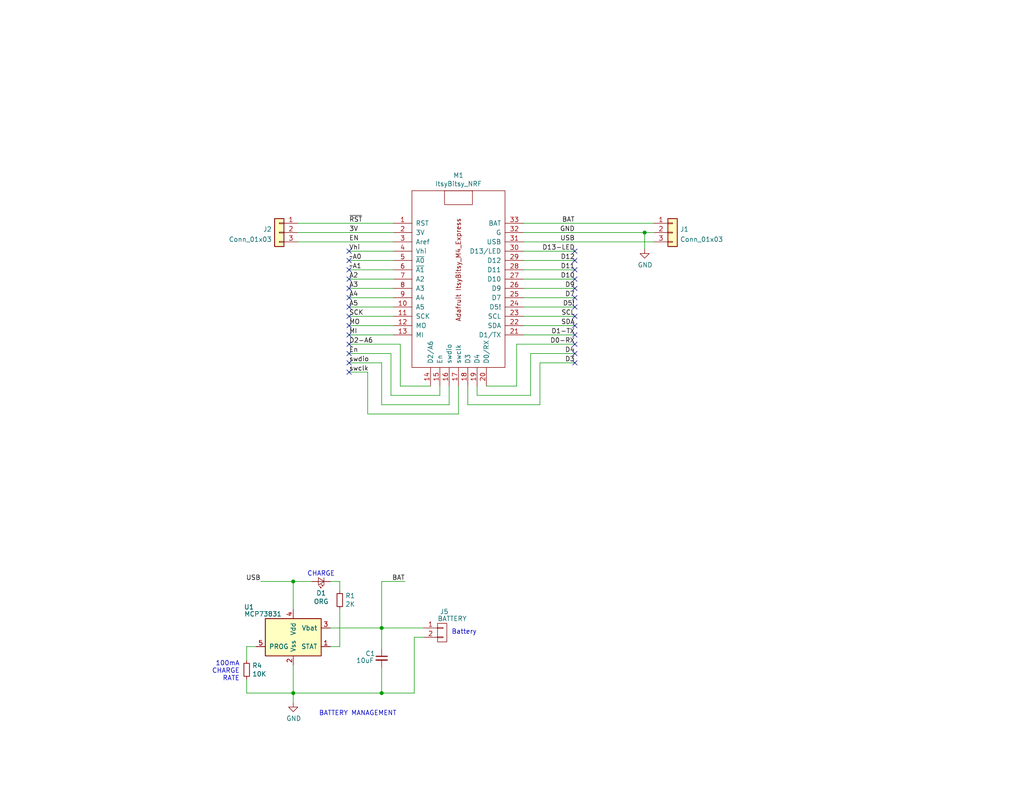
<source format=kicad_sch>
(kicad_sch (version 20211123) (generator eeschema)
  (paper "USLetter")
  (title_block (title "ItsyBitsyNRFChargerBasement") (date "2023-05-21") (rev "0.0.0") (company "Cedar Grove Studios"))
  (lib_symbols
    (symbol "Connector_Generic:Conn_01x03" (pin_names (offset 1.016) hide)
      (property "Reference" "J" (at 0 5.08 0))
      (property "Value" "Conn_01x03" (at 0 -5.08 0))
      (symbol "Conn_01x03_1_1"
        (rectangle (start -1.27 -2.413) (end 0 -2.667) (stroke (width 0.1524)))
        (rectangle (start -1.27 0.127) (end 0 -0.127) (stroke (width 0.1524)))
        (rectangle (start -1.27 2.667) (end 0 2.413) (stroke (width 0.1524)))
        (rectangle (start -1.27 3.81) (end 1.27 -3.81) (stroke (width 0.254)) (fill (type background)))
        (pin passive line (at -5.08 2.54 0) (length 3.81) (name "Pin_1") (number "1"))
        (pin passive line (at -5.08 0 0) (length 3.81) (name "Pin_2") (number "2"))
        (pin passive line (at -5.08 -2.54 0) (length 3.81) (name "Pin_3") (number "3"))
      )
    )
    (symbol "Device:C_Small" (pin_numbers hide) (pin_names (offset 0.254) hide)
      (property "Reference" "C" (at 0.254 1.778 0))
      (property "Value" "C_Small" (at 0.254 -2.032 0))
      (symbol "C_Small_0_1"
        (polyline (pts (xy -1.524 -0.508) (xy 1.524 -0.508)) (stroke (width 0.3302)))
        (polyline (pts (xy -1.524 0.508) (xy 1.524 0.508)) (stroke (width 0.3048)))
      )
      (symbol "C_Small_1_1"
        (pin passive line (at 0 2.54 270) (length 2.032) (name "~") (number "1"))
        (pin passive line (at 0 -2.54 90) (length 2.032) (name "~") (number "2"))
      )
    )
    (symbol "ItsyBitsy-breadboard-rescue:CONN_01X02-conn" (pin_names (offset 1.016) hide)
      (property "Reference" "J" (at 0 3.81 0))
      (property "Value" "CONN_01X02-conn" (at 2.54 0 90))
      (symbol "CONN_01X02-conn_0_1"
        (rectangle (start -1.27 -1.143) (end 0.254 -1.397))
        (rectangle (start -1.27 1.397) (end 0.254 1.143))
        (rectangle (start -1.27 2.54) (end 1.27 -2.54))
      )
      (symbol "CONN_01X02-conn_1_1"
        (pin passive line (at -5.08 1.27 0) (length 3.81) (name "P1") (number "1"))
        (pin passive line (at -5.08 -1.27 0) (length 3.81) (name "P2") (number "2"))
      )
    )
    (symbol "ItsyBitsy-breadboard-rescue:ItsyBitsy_M4_Express-Adafruit" (pin_names (offset 1.016))
      (property "Reference" "M" (at 0 29.21 0))
      (property "Value" "ItsyBitsy_M4_Express-Adafruit" (at 0 26.67 0))
      (symbol "ItsyBitsy_M4_Express-Adafruit_0_0"
        (text "Adafruit ItsyBitsy_M4_Express" (at 0 2.54 900) (effects (font (size 1.27 1.27))))
      )
      (symbol "ItsyBitsy_M4_Express-Adafruit_0_1"
        (rectangle (start -12.7 -24.13) (end 12.7 24.13))
        (rectangle (start -3.81 24.13) (end 3.81 20.32))
      )
      (symbol "ItsyBitsy_M4_Express-Adafruit_1_1"
        (pin input line (at -17.78 15.24 0) (length 5.08) (name "RST") (number "1"))
        (pin bidirectional line (at -17.78 -7.62 0) (length 5.08) (name "A5") (number "10"))
        (pin bidirectional line (at -17.78 -10.16 0) (length 5.08) (name "SCK") (number "11"))
        (pin bidirectional line (at -17.78 -12.7 0) (length 5.08) (name "MO") (number "12"))
        (pin bidirectional line (at -17.78 -15.24 0) (length 5.08) (name "MI") (number "13"))
        (pin bidirectional line (at -7.62 -29.21 90) (length 5.08) (name "D2/A6") (number "14"))
        (pin input line (at -5.08 -29.21 90) (length 5.08) (name "En") (number "15"))
        (pin bidirectional line (at -2.54 -29.21 90) (length 5.08) (name "swdio") (number "16"))
        (pin bidirectional line (at 0 -29.21 90) (length 5.08) (name "swclk") (number "17"))
        (pin bidirectional line (at 2.54 -29.21 90) (length 5.08) (name "D3") (number "18"))
        (pin bidirectional line (at 5.08 -29.21 90) (length 5.08) (name "D4") (number "19"))
        (pin power_out line (at -17.78 12.7 0) (length 5.08) (name "3V") (number "2"))
        (pin input line (at 7.62 -29.21 90) (length 5.08) (name "D0/RX") (number "20"))
        (pin output line (at 17.78 -15.24 180) (length 5.08) (name "D1/TX") (number "21"))
        (pin bidirectional line (at 17.78 -12.7 180) (length 5.08) (name "SDA") (number "22"))
        (pin bidirectional line (at 17.78 -10.16 180) (length 5.08) (name "SCL") (number "23"))
        (pin output line (at 17.78 -7.62 180) (length 5.08) (name "D5!") (number "24"))
        (pin bidirectional line (at 17.78 -5.08 180) (length 5.08) (name "D7") (number "25"))
        (pin bidirectional line (at 17.78 -2.54 180) (length 5.08) (name "D9") (number "26"))
        (pin bidirectional line (at 17.78 0 180) (length 5.08) (name "D10") (number "27"))
        (pin bidirectional line (at 17.78 2.54 180) (length 5.08) (name "D11") (number "28"))
        (pin bidirectional line (at 17.78 5.08 180) (length 5.08) (name "D12") (number "29"))
        (pin input line (at -17.78 10.16 0) (length 5.08) (name "Aref") (number "3"))
        (pin bidirectional line (at 17.78 7.62 180) (length 5.08) (name "D13/LED") (number "30"))
        (pin power_out line (at 17.78 10.16 180) (length 5.08) (name "USB") (number "31"))
        (pin bidirectional line (at 17.78 12.7 180) (length 5.08) (name "G") (number "32"))
        (pin power_in line (at 17.78 15.24 180) (length 5.08) (name "BAT") (number "33"))
        (pin power_out line (at -17.78 7.62 0) (length 5.08) (name "Vhi") (number "4"))
        (pin bidirectional line (at -17.78 5.08 0) (length 5.08) (name "~{A0}") (number "5"))
        (pin bidirectional line (at -17.78 2.54 0) (length 5.08) (name "~{A1}") (number "6"))
        (pin bidirectional line (at -17.78 0 0) (length 5.08) (name "A2") (number "7"))
        (pin bidirectional line (at -17.78 -2.54 0) (length 5.08) (name "A3") (number "8"))
        (pin bidirectional line (at -17.78 -5.08 0) (length 5.08) (name "A4") (number "9"))
      )
    )
    (symbol "ItsyBitsy-breadboard-rescue:LED_Small-device" (pin_numbers hide) (pin_names (offset 0.254) hide)
      (property "Reference" "D" (at -1.27 3.175 0))
      (property "Value" "LED_Small-device" (at -4.445 -2.54 0))
      (symbol "LED_Small-device_0_1"
        (polyline (pts (xy -0.762 -1.016) (xy -0.762 1.016)))
        (polyline (pts (xy 1.016 0) (xy -0.762 0)))
        (polyline (pts (xy 0.762 -1.016) (xy -0.762 0) (xy 0.762 1.016) (xy 0.762 -1.016)))
        (polyline (pts (xy 0 0.762) (xy -0.508 1.27) (xy -0.254 1.27) (xy -0.508 1.27) (xy -0.508 1.016)))
        (polyline (pts (xy 0.508 1.27) (xy 0 1.778) (xy 0.254 1.778) (xy 0 1.778) (xy 0 1.524)))
      )
      (symbol "LED_Small-device_1_1"
        (pin passive line (at -2.54 0 0) (length 1.778) (name "K") (number "1"))
        (pin passive line (at 2.54 0 180) (length 1.778) (name "A") (number "2"))
      )
    )
    (symbol "ItsyBitsy-breadboard-rescue:MCP73831-2-OT-battery_management" (pin_names (offset 1.016))
      (property "Reference" "U" (at -7.62 6.35 0))
      (property "Value" "MCP73831-2-OT-battery_management" (at 1.27 6.35 0))
      (symbol "MCP73831-2-OT-battery_management_0_1"
        (rectangle (start -7.62 5.08) (end 7.62 -5.08) (stroke (width 0.254)) (fill (type background)))
      )
      (symbol "MCP73831-2-OT-battery_management_1_1"
        (pin output line (at 10.16 -2.54 180) (length 2.54) (name "STAT") (number "1"))
        (pin power_in line (at 0 -7.62 90) (length 2.54) (name "Vss") (number "2"))
        (pin power_out line (at 10.16 2.54 180) (length 2.54) (name "Vbat") (number "3"))
        (pin power_in line (at 0 7.62 270) (length 2.54) (name "Vdd") (number "4"))
        (pin input line (at -10.16 -2.54 0) (length 2.54) (name "PROG") (number "5"))
      )
    )
    (symbol "ItsyBitsy-breadboard-rescue:R_Small-device" (pin_numbers hide) (pin_names (offset 0.254) hide)
      (property "Reference" "R" (at 0.762 0.508 0))
      (property "Value" "R_Small-device" (at 0.762 -1.016 0))
      (symbol "R_Small-device_0_1"
        (rectangle (start -0.762 1.778) (end 0.762 -1.778) (stroke (width 0.2032)))
      )
      (symbol "R_Small-device_1_1"
        (pin passive line (at 0 2.54 270) (length 0.762) (name "~") (number "1"))
        (pin passive line (at 0 -2.54 90) (length 0.762) (name "~") (number "2"))
      )
    )
    (symbol "power:GND" (power) (pin_names (offset 0))
      (property "Value" "GND" (at 0 -3.81 0))
      (symbol "GND_0_1"
        (polyline (pts (xy 0 0) (xy 0 -1.27) (xy 1.27 -1.27) (xy 0 -2.54) (xy -1.27 -1.27) (xy 0 -1.27)))
      )
      (symbol "GND_1_1"
        (pin power_in line (at 0 0 270) (length 0) hide (name "GND") (number "1"))
      )
    )
  )
  (junction (at 80.01 158.75))
  (junction (at 80.01 189.23))
  (junction (at 175.895 63.5))
  (junction (at 104.14 171.45))
  (junction (at 104.14 189.23))
  (no_connect (at 156.845 68.58))
  (no_connect (at 156.845 78.74))
  (no_connect (at 156.845 71.12))
  (no_connect (at 156.845 73.66))
  (no_connect (at 156.845 76.2))
  (no_connect (at 156.845 81.28))
  (no_connect (at 156.845 99.06))
  (no_connect (at 156.845 88.9))
  (no_connect (at 156.845 91.44))
  (no_connect (at 156.845 93.98))
  (no_connect (at 156.845 96.52))
  (no_connect (at 95.25 93.98))
  (no_connect (at 95.25 91.44))
  (no_connect (at 95.25 101.6))
  (no_connect (at 95.25 99.06))
  (no_connect (at 95.25 96.52))
  (no_connect (at 95.25 88.9))
  (no_connect (at 95.25 86.36))
  (no_connect (at 95.25 83.82))
  (no_connect (at 156.845 83.82))
  (no_connect (at 156.845 86.36))
  (no_connect (at 95.25 68.58))
  (no_connect (at 95.25 81.28))
  (no_connect (at 95.25 78.74))
  (no_connect (at 95.25 76.2))
  (no_connect (at 95.25 73.66))
  (no_connect (at 95.25 71.12))
  (wire (pts (xy 140.97 105.41) (xy 140.97 93.98)))
  (wire (pts (xy 175.895 63.5) (xy 175.895 67.945)))
  (wire (pts (xy 144.78 107.95) (xy 144.78 96.52)))
  (wire (pts (xy 95.25 81.28) (xy 107.315 81.28)))
  (wire (pts (xy 67.31 176.53) (xy 69.85 176.53)))
  (wire (pts (xy 95.25 96.52) (xy 106.68 96.52)))
  (wire (pts (xy 106.68 107.95) (xy 120.015 107.95)))
  (wire (pts (xy 142.875 71.12) (xy 156.845 71.12)))
  (wire (pts (xy 95.25 71.12) (xy 107.315 71.12)))
  (wire (pts (xy 100.33 101.6) (xy 95.25 101.6)))
  (wire (pts (xy 147.32 110.49) (xy 147.32 99.06)))
  (wire (pts (xy 109.22 93.98) (xy 109.22 105.41)))
  (wire (pts (xy 95.25 91.44) (xy 107.315 91.44)))
  (wire (pts (xy 122.555 110.49) (xy 122.555 105.41)))
  (wire (pts (xy 120.015 107.95) (xy 120.015 105.41)))
  (wire (pts (xy 142.875 78.74) (xy 156.845 78.74)))
  (wire (pts (xy 142.875 76.2) (xy 156.845 76.2)))
  (wire (pts (xy 130.175 105.41) (xy 130.175 107.95)))
  (wire (pts (xy 104.14 171.45) (xy 104.14 158.75)))
  (wire (pts (xy 113.03 173.99) (xy 115.57 173.99)))
  (wire (pts (xy 80.01 191.77) (xy 80.01 189.23)))
  (wire (pts (xy 140.97 93.98) (xy 156.845 93.98)))
  (wire (pts (xy 80.01 181.61) (xy 80.01 189.23)))
  (wire (pts (xy 90.17 158.75) (xy 92.71 158.75)))
  (wire (pts (xy 142.875 60.96) (xy 178.435 60.96)))
  (wire (pts (xy 67.31 185.42) (xy 67.31 189.23)))
  (wire (pts (xy 142.875 73.66) (xy 156.845 73.66)))
  (wire (pts (xy 142.875 91.44) (xy 156.845 91.44)))
  (wire (pts (xy 95.25 76.2) (xy 107.315 76.2)))
  (wire (pts (xy 95.25 83.82) (xy 107.315 83.82)))
  (wire (pts (xy 81.28 63.5) (xy 107.315 63.5)))
  (wire (pts (xy 92.71 176.53) (xy 90.17 176.53)))
  (wire (pts (xy 104.14 158.75) (xy 110.49 158.75)))
  (wire (pts (xy 104.14 182.245) (xy 104.14 189.23)))
  (wire (pts (xy 132.715 105.41) (xy 140.97 105.41)))
  (wire (pts (xy 95.25 86.36) (xy 107.315 86.36)))
  (wire (pts (xy 142.875 86.36) (xy 156.845 86.36)))
  (wire (pts (xy 175.895 63.5) (xy 178.435 63.5)))
  (wire (pts (xy 125.095 113.03) (xy 100.33 113.03)))
  (wire (pts (xy 80.01 166.37) (xy 80.01 158.75)))
  (wire (pts (xy 127.635 105.41) (xy 127.635 110.49)))
  (wire (pts (xy 104.14 110.49) (xy 122.555 110.49)))
  (wire (pts (xy 113.03 189.23) (xy 113.03 173.99)))
  (wire (pts (xy 117.475 105.41) (xy 109.22 105.41)))
  (wire (pts (xy 80.01 158.75) (xy 71.12 158.75)))
  (wire (pts (xy 142.875 66.04) (xy 178.435 66.04)))
  (wire (pts (xy 144.78 96.52) (xy 156.845 96.52)))
  (wire (pts (xy 142.875 88.9) (xy 156.845 88.9)))
  (wire (pts (xy 92.71 158.75) (xy 92.71 161.29)))
  (wire (pts (xy 95.25 93.98) (xy 109.22 93.98)))
  (wire (pts (xy 80.01 189.23) (xy 104.14 189.23)))
  (wire (pts (xy 100.33 113.03) (xy 100.33 101.6)))
  (wire (pts (xy 104.14 171.45) (xy 115.57 171.45)))
  (wire (pts (xy 127.635 110.49) (xy 147.32 110.49)))
  (wire (pts (xy 142.875 83.82) (xy 156.845 83.82)))
  (wire (pts (xy 81.28 60.96) (xy 107.315 60.96)))
  (wire (pts (xy 67.31 176.53) (xy 67.31 180.34)))
  (wire (pts (xy 147.32 99.06) (xy 156.845 99.06)))
  (wire (pts (xy 104.14 189.23) (xy 113.03 189.23)))
  (wire (pts (xy 92.71 166.37) (xy 92.71 176.53)))
  (wire (pts (xy 95.25 73.66) (xy 107.315 73.66)))
  (wire (pts (xy 95.25 88.9) (xy 107.315 88.9)))
  (wire (pts (xy 95.25 78.74) (xy 107.315 78.74)))
  (wire (pts (xy 130.175 107.95) (xy 144.78 107.95)))
  (wire (pts (xy 80.01 189.23) (xy 67.31 189.23)))
  (wire (pts (xy 90.17 171.45) (xy 104.14 171.45)))
  (wire (pts (xy 142.875 63.5) (xy 175.895 63.5)))
  (wire (pts (xy 95.25 68.58) (xy 107.315 68.58)))
  (wire (pts (xy 104.14 99.06) (xy 95.25 99.06)))
  (wire (pts (xy 104.14 110.49) (xy 104.14 99.06)))
  (wire (pts (xy 106.68 107.95) (xy 106.68 96.52)))
  (wire (pts (xy 80.01 158.75) (xy 85.09 158.75)))
  (wire (pts (xy 81.28 66.04) (xy 107.315 66.04)))
  (wire (pts (xy 125.095 105.41) (xy 125.095 113.03)))
  (wire (pts (xy 104.14 171.45) (xy 104.14 177.165)))
  (wire (pts (xy 142.875 68.58) (xy 156.845 68.58)))
  (wire (pts (xy 142.875 81.28) (xy 156.845 81.28)))
  (text "BATTERY MANAGEMENT" (at 86.995 195.58 0) (effects (font (size 1.27 1.27)) (justify left bottom)))
  (text "CHARGE" (at 83.82 157.48 0) (effects (font (size 1.27 1.27)) (justify left bottom)))
  (text "Battery" (at 123.19 173.355 0) (effects (font (size 1.27 1.27)) (justify left bottom)))
  (text "100mA\nCHARGE\nRATE" (at 65.405 186.055 180) (effects (font (size 1.27 1.27)) (justify right bottom)))
  (label "3V" (at 95.25 63.5 0))
  (label "D5!" (at 156.845 83.82 180))
  (label "BAT" (at 110.49 158.75 180))
  (label "A3" (at 95.25 78.74 0))
  (label "USB" (at 71.12 158.75 180))
  (label "swclk" (at 95.25 101.6 0))
  (label "D13-LED" (at 156.845 68.58 180))
  (label "D11" (at 156.845 73.66 180))
  (label "D7" (at 156.845 81.28 180))
  (label "D3" (at 156.845 99.06 180))
  (label "D12" (at 156.845 71.12 180))
  (label "A5" (at 95.25 83.82 0))
  (label "D0-RX" (at 156.845 93.98 180))
  (label "A2" (at 95.25 76.2 0))
  (label "D1-TX" (at 156.845 91.44 180))
  (label "En" (at 95.25 96.52 0))
  (label "BAT" (at 156.845 60.96 180))
  (label "SCL" (at 156.845 86.36 180))
  (label "D9" (at 156.845 78.74 180))
  (label "GND" (at 156.845 63.5 180))
  (label "~A1" (at 95.25 73.66 0))
  (label "D2-A6" (at 95.25 93.98 0))
  (label "swdio" (at 95.25 99.06 0))
  (label "SCK" (at 95.25 86.36 0))
  (label "~A0" (at 95.25 71.12 0))
  (label "SDA" (at 156.845 88.9 180))
  (label "~{RST}" (at 95.25 60.96 0))
  (label "D10" (at 156.845 76.2 180))
  (label "D4" (at 156.845 96.52 180))
  (label "A4" (at 95.25 81.28 0))
  (label "EN" (at 95.25 66.04 0))
  (label "Vhi" (at 95.25 68.58 0))
  (label "MI" (at 95.25 91.44 0))
  (label "MO" (at 95.25 88.9 0))
  (label "USB" (at 156.845 66.04 180))
  (symbol (lib_id "ItsyBitsy-breadboard-rescue:ItsyBitsy_M4_Express-Adafruit") (at 125.095 76.2 0) (unit 1)
    (property "Reference" "M1" (at 125.095 47.879 0))
    (property "Value" "ItsyBitsy_NRF" (at 125.095 50.1904 0))
    (property "Footprint" "Adafruit_MPU_boards:ItsyBitsy_M4_Express" (effects hide))
  )
  (symbol (lib_id "ItsyBitsy-breadboard-rescue:CONN_01X02-conn") (at 120.65 172.72 0) (unit 1)
    (property "Reference" "J5" (at 120.015 167.005 0) (effects (justify left)))
    (property "Value" "BATTERY" (at 119.38 168.91 0) (effects (justify left)))
    (property "Footprint" "Connector_JST:JST_PH_S2B-PH-SM4-TB_1x02-1MP_P2.00mm_Horizontal" (effects hide))
  )
  (symbol (lib_id "power:GND") (at 80.01 191.77 0) (unit 1)
    (property "Reference" "#PWR07" (effects hide))
    (property "Value" "GND" (at 80.137 196.1642 0))
  )
  (symbol (lib_id "ItsyBitsy-breadboard-rescue:MCP73831-2-OT-battery_management") (at 80.01 173.99 0) (unit 1)
    (property "Reference" "U1" (at 67.945 165.735 0))
    (property "Value" "MCP73831" (at 71.755 167.64 0))
    (property "Footprint" "Package_TO_SOT_SMD:SOT-23-5" (effects hide))
    (property "Datasheet" "http://ww1.microchip.com/downloads/en/DeviceDoc/20001984g.pdf" (effects hide))
  )
  (symbol (lib_id "ItsyBitsy-breadboard-rescue:R_Small-device") (at 67.31 182.88 0) (unit 1)
    (property "Reference" "R4" (at 68.8086 181.7116 0) (effects (justify left)))
    (property "Value" "10K" (at 68.8086 184.023 0) (effects (justify left)))
    (property "Footprint" "Resistor_SMD:R_0805_2012Metric" (effects hide))
  )
  (symbol (lib_id "ItsyBitsy-breadboard-rescue:R_Small-device") (at 92.71 163.83 0) (unit 1)
    (property "Reference" "R1" (at 94.2086 162.6616 0) (effects (justify left)))
    (property "Value" "2K" (at 94.2086 164.973 0) (effects (justify left)))
    (property "Footprint" "Resistor_SMD:R_0805_2012Metric" (effects hide))
  )
  (symbol (lib_id "ItsyBitsy-breadboard-rescue:LED_Small-device") (at 87.63 158.75 180) (unit 1)
    (property "Reference" "D1" (at 87.63 161.925 0))
    (property "Value" "ORG" (at 87.63 164.2364 0))
    (property "Footprint" "LED_SMD:LED_0805_2012Metric" (effects hide))
  )
  (symbol (lib_id "Device:C_Small") (at 104.14 179.705 0) (unit 1)
    (property "Reference" "C1" (at 99.695 178.435 0) (effects (justify left)))
    (property "Value" "10uF" (at 97.155 180.34 0) (effects (justify left)))
    (property "Footprint" "Capacitor_SMD:C_0805_2012Metric" (effects hide))
  )
  (symbol (lib_id "power:GND") (at 175.895 67.945 0) (unit 1)
    (property "Reference" "#PWR0101" (effects hide))
    (property "Value" "GND" (at 176.022 72.3392 0))
  )
  (symbol (lib_id "Connector_Generic:Conn_01x03") (at 183.515 63.5 0) (unit 1)
    (property "Reference" "J1" (at 185.547 62.5915 0) (effects (justify left)))
    (property "Value" "Conn_01x03" (at 185.547 65.3666 0) (effects (justify left)))
    (property "Footprint" "Connector_PinHeader_2.54mm:PinHeader_1x03_P2.54mm_Vertical" (effects hide))
  )
  (symbol (lib_id "Connector_Generic:Conn_01x03") (at 76.2 63.5 0) (mirror y) (unit 1)
    (property "Reference" "J2" (at 74.168 62.5915 0) (effects (justify left)))
    (property "Value" "Conn_01x03" (at 74.168 65.3666 0) (effects (justify left)))
    (property "Footprint" "Connector_PinHeader_2.54mm:PinHeader_1x03_P2.54mm_Vertical" (effects hide))
  )
)
</source>
